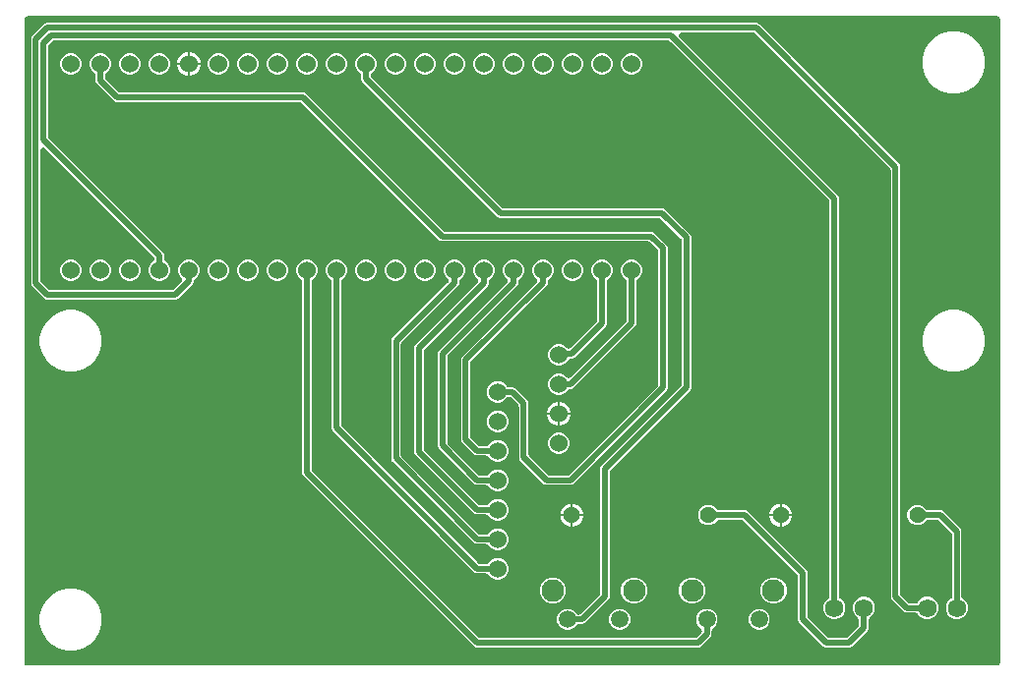
<source format=gbr>
G04 EAGLE Gerber RS-274X export*
G75*
%MOMM*%
%FSLAX34Y34*%
%LPD*%
%INTop Copper*%
%IPPOS*%
%AMOC8*
5,1,8,0,0,1.08239X$1,22.5*%
G01*
G04 Define Apertures*
%ADD10C,1.508000*%
%ADD11C,1.950000*%
%ADD12C,1.530000*%
%ADD13C,1.430000*%
%ADD14C,1.581000*%
%ADD15C,0.508000*%
%ADD16C,0.152400*%
G36*
X848291Y10361D02*
X849124Y10933D01*
X849669Y11784D01*
X849840Y12700D01*
X849840Y567300D01*
X849639Y568291D01*
X849067Y569124D01*
X848216Y569669D01*
X847300Y569840D01*
X12700Y569840D01*
X11709Y569639D01*
X10876Y569067D01*
X10331Y568216D01*
X10160Y567300D01*
X10160Y12700D01*
X10361Y11709D01*
X10933Y10876D01*
X11784Y10331D01*
X12700Y10160D01*
X847300Y10160D01*
X848291Y10361D01*
G37*
%LPC*%
G36*
X705424Y50571D02*
X701959Y52006D01*
X699306Y54659D01*
X697871Y58124D01*
X697871Y61876D01*
X699306Y65341D01*
X702191Y68225D01*
X702506Y68438D01*
X703058Y69285D01*
X703236Y70220D01*
X703236Y409965D01*
X703035Y410955D01*
X702492Y411761D01*
X565665Y548588D01*
X564822Y549146D01*
X563869Y549332D01*
X36131Y549332D01*
X35141Y549131D01*
X34335Y548588D01*
X31412Y545665D01*
X30854Y544822D01*
X30668Y543869D01*
X30668Y466131D01*
X30869Y465141D01*
X31412Y464335D01*
X129645Y366102D01*
X130264Y364608D01*
X130264Y361044D01*
X130465Y360053D01*
X131037Y359219D01*
X131089Y359185D01*
X133977Y356297D01*
X135374Y352925D01*
X135374Y349275D01*
X133977Y345903D01*
X131397Y343323D01*
X128025Y341926D01*
X124375Y341926D01*
X121003Y343323D01*
X118423Y345903D01*
X117026Y349275D01*
X117026Y352925D01*
X118423Y356297D01*
X121351Y359225D01*
X121407Y359262D01*
X121958Y360110D01*
X122136Y361044D01*
X122136Y361065D01*
X121935Y362055D01*
X121392Y362861D01*
X28400Y455853D01*
X27557Y456411D01*
X26564Y456596D01*
X25576Y456379D01*
X24752Y455794D01*
X24220Y454934D01*
X24064Y454057D01*
X24064Y342735D01*
X24265Y341745D01*
X24808Y340939D01*
X30939Y334808D01*
X31782Y334250D01*
X32735Y334064D01*
X137265Y334064D01*
X138255Y334265D01*
X139061Y334808D01*
X145193Y340941D01*
X145752Y341783D01*
X145937Y342777D01*
X145720Y343765D01*
X145193Y344533D01*
X143823Y345903D01*
X142426Y349275D01*
X142426Y352925D01*
X143823Y356297D01*
X146403Y358877D01*
X149775Y360274D01*
X153425Y360274D01*
X156797Y358877D01*
X159377Y356297D01*
X160774Y352925D01*
X160774Y349275D01*
X159377Y345903D01*
X156449Y342975D01*
X156393Y342938D01*
X155842Y342090D01*
X155664Y341156D01*
X155664Y340792D01*
X155045Y339298D01*
X142302Y326555D01*
X140808Y325936D01*
X29192Y325936D01*
X27698Y326555D01*
X16555Y337698D01*
X15936Y339192D01*
X15936Y550808D01*
X16555Y552302D01*
X27698Y563445D01*
X29192Y564064D01*
X640808Y564064D01*
X642302Y563445D01*
X763445Y442302D01*
X764064Y440808D01*
X764064Y72735D01*
X764265Y71745D01*
X764808Y70939D01*
X770939Y64808D01*
X771782Y64250D01*
X772735Y64064D01*
X777080Y64064D01*
X778071Y64265D01*
X778905Y64837D01*
X779101Y65136D01*
X781959Y67994D01*
X785424Y69429D01*
X789176Y69429D01*
X792641Y67994D01*
X795294Y65341D01*
X796729Y61876D01*
X796729Y58124D01*
X795294Y54659D01*
X792641Y52006D01*
X789176Y50571D01*
X785424Y50571D01*
X781959Y52006D01*
X779075Y54891D01*
X778862Y55206D01*
X778015Y55758D01*
X777080Y55936D01*
X769192Y55936D01*
X767698Y56555D01*
X756555Y67698D01*
X755936Y69192D01*
X755936Y437265D01*
X755735Y438255D01*
X755192Y439061D01*
X639061Y555192D01*
X638218Y555750D01*
X637265Y555936D01*
X575943Y555936D01*
X574953Y555735D01*
X574119Y555163D01*
X573574Y554312D01*
X573405Y553315D01*
X573637Y552331D01*
X574147Y551600D01*
X710745Y415002D01*
X711364Y413508D01*
X711364Y70220D01*
X711565Y69229D01*
X712137Y68395D01*
X712436Y68199D01*
X715294Y65341D01*
X716729Y61876D01*
X716729Y58124D01*
X715294Y54659D01*
X712641Y52006D01*
X709176Y50571D01*
X705424Y50571D01*
G37*
G36*
X806490Y503340D02*
X799710Y505157D01*
X793630Y508667D01*
X788667Y513630D01*
X785157Y519710D01*
X783340Y526490D01*
X783340Y533510D01*
X785157Y540290D01*
X788667Y546370D01*
X793630Y551333D01*
X799710Y554843D01*
X806490Y556660D01*
X813510Y556660D01*
X820290Y554843D01*
X826370Y551333D01*
X831333Y546370D01*
X834843Y540290D01*
X836660Y533510D01*
X836660Y526490D01*
X834843Y519710D01*
X831333Y513630D01*
X826370Y508667D01*
X820290Y505157D01*
X813510Y503340D01*
X806490Y503340D01*
G37*
G36*
X141410Y529662D02*
X141410Y530927D01*
X142961Y534672D01*
X145828Y537539D01*
X149573Y539090D01*
X150838Y539090D01*
X150838Y529662D01*
X141410Y529662D01*
G37*
G36*
X152362Y529662D02*
X152362Y539090D01*
X153627Y539090D01*
X157372Y537539D01*
X160239Y534672D01*
X161790Y530927D01*
X161790Y529662D01*
X152362Y529662D01*
G37*
G36*
X475697Y40936D02*
X472366Y42316D01*
X469816Y44866D01*
X468436Y48197D01*
X468436Y51803D01*
X469816Y55134D01*
X472366Y57684D01*
X475697Y59064D01*
X479303Y59064D01*
X482634Y57684D01*
X485489Y54829D01*
X486332Y54271D01*
X487326Y54085D01*
X488313Y54302D01*
X489082Y54829D01*
X505192Y70939D01*
X505750Y71782D01*
X505936Y72735D01*
X505936Y180808D01*
X506555Y182302D01*
X575192Y250939D01*
X575750Y251782D01*
X575936Y252735D01*
X575936Y376604D01*
X575735Y377595D01*
X575192Y378400D01*
X558400Y395192D01*
X557557Y395750D01*
X556604Y395936D01*
X419192Y395936D01*
X417698Y396555D01*
X300555Y513698D01*
X299936Y515192D01*
X299936Y518956D01*
X299735Y519947D01*
X299163Y520781D01*
X299111Y520815D01*
X296223Y523703D01*
X294826Y527075D01*
X294826Y530725D01*
X296223Y534097D01*
X298803Y536677D01*
X302175Y538074D01*
X305825Y538074D01*
X309197Y536677D01*
X311777Y534097D01*
X313174Y530725D01*
X313174Y527075D01*
X311777Y523703D01*
X308849Y520775D01*
X308793Y520738D01*
X308242Y519890D01*
X308064Y518956D01*
X308064Y518735D01*
X308265Y517745D01*
X308808Y516939D01*
X420939Y404808D01*
X421782Y404250D01*
X422735Y404064D01*
X560148Y404064D01*
X561642Y403445D01*
X583445Y381642D01*
X584064Y380148D01*
X584064Y249192D01*
X583445Y247698D01*
X514808Y179061D01*
X514250Y178218D01*
X514064Y177265D01*
X514064Y69192D01*
X513445Y67698D01*
X492302Y46555D01*
X490808Y45936D01*
X487307Y45936D01*
X486316Y45735D01*
X485510Y45192D01*
X482634Y42316D01*
X479303Y40936D01*
X475697Y40936D01*
G37*
G36*
X276775Y519726D02*
X273403Y521123D01*
X270823Y523703D01*
X269426Y527075D01*
X269426Y530725D01*
X270823Y534097D01*
X273403Y536677D01*
X276775Y538074D01*
X280425Y538074D01*
X283797Y536677D01*
X286377Y534097D01*
X287774Y530725D01*
X287774Y527075D01*
X286377Y523703D01*
X283797Y521123D01*
X280425Y519726D01*
X276775Y519726D01*
G37*
G36*
X225975Y519726D02*
X222603Y521123D01*
X220023Y523703D01*
X218626Y527075D01*
X218626Y530725D01*
X220023Y534097D01*
X222603Y536677D01*
X225975Y538074D01*
X229625Y538074D01*
X232997Y536677D01*
X235577Y534097D01*
X236974Y530725D01*
X236974Y527075D01*
X235577Y523703D01*
X232997Y521123D01*
X229625Y519726D01*
X225975Y519726D01*
G37*
G36*
X200575Y519726D02*
X197203Y521123D01*
X194623Y523703D01*
X193226Y527075D01*
X193226Y530725D01*
X194623Y534097D01*
X197203Y536677D01*
X200575Y538074D01*
X204225Y538074D01*
X207597Y536677D01*
X210177Y534097D01*
X211574Y530725D01*
X211574Y527075D01*
X210177Y523703D01*
X207597Y521123D01*
X204225Y519726D01*
X200575Y519726D01*
G37*
G36*
X98975Y519726D02*
X95603Y521123D01*
X93023Y523703D01*
X91626Y527075D01*
X91626Y530725D01*
X93023Y534097D01*
X95603Y536677D01*
X98975Y538074D01*
X102625Y538074D01*
X105997Y536677D01*
X108577Y534097D01*
X109974Y530725D01*
X109974Y527075D01*
X108577Y523703D01*
X105997Y521123D01*
X102625Y519726D01*
X98975Y519726D01*
G37*
G36*
X352975Y519726D02*
X349603Y521123D01*
X347023Y523703D01*
X345626Y527075D01*
X345626Y530725D01*
X347023Y534097D01*
X349603Y536677D01*
X352975Y538074D01*
X356625Y538074D01*
X359997Y536677D01*
X362577Y534097D01*
X363974Y530725D01*
X363974Y527075D01*
X362577Y523703D01*
X359997Y521123D01*
X356625Y519726D01*
X352975Y519726D01*
G37*
G36*
X175175Y519726D02*
X171803Y521123D01*
X169223Y523703D01*
X167826Y527075D01*
X167826Y530725D01*
X169223Y534097D01*
X171803Y536677D01*
X175175Y538074D01*
X178825Y538074D01*
X182197Y536677D01*
X184777Y534097D01*
X186174Y530725D01*
X186174Y527075D01*
X184777Y523703D01*
X182197Y521123D01*
X178825Y519726D01*
X175175Y519726D01*
G37*
G36*
X251375Y519726D02*
X248003Y521123D01*
X245423Y523703D01*
X244026Y527075D01*
X244026Y530725D01*
X245423Y534097D01*
X248003Y536677D01*
X251375Y538074D01*
X255025Y538074D01*
X258397Y536677D01*
X260977Y534097D01*
X262374Y530725D01*
X262374Y527075D01*
X260977Y523703D01*
X258397Y521123D01*
X255025Y519726D01*
X251375Y519726D01*
G37*
G36*
X459192Y165936D02*
X457698Y166555D01*
X436555Y187698D01*
X435936Y189192D01*
X435936Y233465D01*
X435735Y234455D01*
X435192Y235261D01*
X429061Y241392D01*
X428218Y241950D01*
X427265Y242136D01*
X427244Y242136D01*
X426253Y241935D01*
X425419Y241363D01*
X425385Y241311D01*
X422497Y238423D01*
X419125Y237026D01*
X415475Y237026D01*
X412103Y238423D01*
X409523Y241003D01*
X408126Y244375D01*
X408126Y248025D01*
X409523Y251397D01*
X412103Y253977D01*
X415475Y255374D01*
X419125Y255374D01*
X422497Y253977D01*
X425425Y251049D01*
X425462Y250993D01*
X426310Y250442D01*
X427244Y250264D01*
X430808Y250264D01*
X432302Y249645D01*
X443445Y238502D01*
X444064Y237008D01*
X444064Y192735D01*
X444265Y191745D01*
X444808Y190939D01*
X460939Y174808D01*
X461782Y174250D01*
X462735Y174064D01*
X477265Y174064D01*
X478255Y174265D01*
X479061Y174808D01*
X555192Y250939D01*
X555750Y251782D01*
X555936Y252735D01*
X555936Y367265D01*
X555735Y368255D01*
X555192Y369061D01*
X549061Y375192D01*
X548218Y375750D01*
X547265Y375936D01*
X369192Y375936D01*
X367698Y376555D01*
X249061Y495192D01*
X248218Y495750D01*
X247265Y495936D01*
X89192Y495936D01*
X87698Y496555D01*
X71955Y512298D01*
X71336Y513792D01*
X71336Y518956D01*
X71135Y519947D01*
X70563Y520781D01*
X70511Y520815D01*
X67623Y523703D01*
X66226Y527075D01*
X66226Y530725D01*
X67623Y534097D01*
X70203Y536677D01*
X73575Y538074D01*
X77225Y538074D01*
X80597Y536677D01*
X83177Y534097D01*
X84574Y530725D01*
X84574Y527075D01*
X83177Y523703D01*
X80249Y520775D01*
X80193Y520738D01*
X79642Y519890D01*
X79464Y518956D01*
X79464Y517335D01*
X79665Y516345D01*
X80208Y515539D01*
X90939Y504808D01*
X91782Y504250D01*
X92735Y504064D01*
X250808Y504064D01*
X252302Y503445D01*
X370939Y384808D01*
X371782Y384250D01*
X372735Y384064D01*
X550808Y384064D01*
X552302Y383445D01*
X563445Y372302D01*
X564064Y370808D01*
X564064Y249192D01*
X563445Y247698D01*
X482302Y166555D01*
X480808Y165936D01*
X459192Y165936D01*
G37*
G36*
X530775Y519726D02*
X527403Y521123D01*
X524823Y523703D01*
X523426Y527075D01*
X523426Y530725D01*
X524823Y534097D01*
X527403Y536677D01*
X530775Y538074D01*
X534425Y538074D01*
X537797Y536677D01*
X540377Y534097D01*
X541774Y530725D01*
X541774Y527075D01*
X540377Y523703D01*
X537797Y521123D01*
X534425Y519726D01*
X530775Y519726D01*
G37*
G36*
X505375Y519726D02*
X502003Y521123D01*
X499423Y523703D01*
X498026Y527075D01*
X498026Y530725D01*
X499423Y534097D01*
X502003Y536677D01*
X505375Y538074D01*
X509025Y538074D01*
X512397Y536677D01*
X514977Y534097D01*
X516374Y530725D01*
X516374Y527075D01*
X514977Y523703D01*
X512397Y521123D01*
X509025Y519726D01*
X505375Y519726D01*
G37*
G36*
X479975Y519726D02*
X476603Y521123D01*
X474023Y523703D01*
X472626Y527075D01*
X472626Y530725D01*
X474023Y534097D01*
X476603Y536677D01*
X479975Y538074D01*
X483625Y538074D01*
X486997Y536677D01*
X489577Y534097D01*
X490974Y530725D01*
X490974Y527075D01*
X489577Y523703D01*
X486997Y521123D01*
X483625Y519726D01*
X479975Y519726D01*
G37*
G36*
X454575Y519726D02*
X451203Y521123D01*
X448623Y523703D01*
X447226Y527075D01*
X447226Y530725D01*
X448623Y534097D01*
X451203Y536677D01*
X454575Y538074D01*
X458225Y538074D01*
X461597Y536677D01*
X464177Y534097D01*
X465574Y530725D01*
X465574Y527075D01*
X464177Y523703D01*
X461597Y521123D01*
X458225Y519726D01*
X454575Y519726D01*
G37*
G36*
X429175Y519726D02*
X425803Y521123D01*
X423223Y523703D01*
X421826Y527075D01*
X421826Y530725D01*
X423223Y534097D01*
X425803Y536677D01*
X429175Y538074D01*
X432825Y538074D01*
X436197Y536677D01*
X438777Y534097D01*
X440174Y530725D01*
X440174Y527075D01*
X438777Y523703D01*
X436197Y521123D01*
X432825Y519726D01*
X429175Y519726D01*
G37*
G36*
X403775Y519726D02*
X400403Y521123D01*
X397823Y523703D01*
X396426Y527075D01*
X396426Y530725D01*
X397823Y534097D01*
X400403Y536677D01*
X403775Y538074D01*
X407425Y538074D01*
X410797Y536677D01*
X413377Y534097D01*
X414774Y530725D01*
X414774Y527075D01*
X413377Y523703D01*
X410797Y521123D01*
X407425Y519726D01*
X403775Y519726D01*
G37*
G36*
X378375Y519726D02*
X375003Y521123D01*
X372423Y523703D01*
X371026Y527075D01*
X371026Y530725D01*
X372423Y534097D01*
X375003Y536677D01*
X378375Y538074D01*
X382025Y538074D01*
X385397Y536677D01*
X387977Y534097D01*
X389374Y530725D01*
X389374Y527075D01*
X387977Y523703D01*
X385397Y521123D01*
X382025Y519726D01*
X378375Y519726D01*
G37*
G36*
X124375Y519726D02*
X121003Y521123D01*
X118423Y523703D01*
X117026Y527075D01*
X117026Y530725D01*
X118423Y534097D01*
X121003Y536677D01*
X124375Y538074D01*
X128025Y538074D01*
X131397Y536677D01*
X133977Y534097D01*
X135374Y530725D01*
X135374Y527075D01*
X133977Y523703D01*
X131397Y521123D01*
X128025Y519726D01*
X124375Y519726D01*
G37*
G36*
X327575Y519726D02*
X324203Y521123D01*
X321623Y523703D01*
X320226Y527075D01*
X320226Y530725D01*
X321623Y534097D01*
X324203Y536677D01*
X327575Y538074D01*
X331225Y538074D01*
X334597Y536677D01*
X337177Y534097D01*
X338574Y530725D01*
X338574Y527075D01*
X337177Y523703D01*
X334597Y521123D01*
X331225Y519726D01*
X327575Y519726D01*
G37*
G36*
X48175Y519726D02*
X44803Y521123D01*
X42223Y523703D01*
X40826Y527075D01*
X40826Y530725D01*
X42223Y534097D01*
X44803Y536677D01*
X48175Y538074D01*
X51825Y538074D01*
X55197Y536677D01*
X57777Y534097D01*
X59174Y530725D01*
X59174Y527075D01*
X57777Y523703D01*
X55197Y521123D01*
X51825Y519726D01*
X48175Y519726D01*
G37*
G36*
X152362Y518710D02*
X152362Y528138D01*
X161790Y528138D01*
X161790Y526873D01*
X160239Y523128D01*
X157372Y520261D01*
X153627Y518710D01*
X152362Y518710D01*
G37*
G36*
X149573Y518710D02*
X145828Y520261D01*
X142961Y523128D01*
X141410Y526873D01*
X141410Y528138D01*
X150838Y528138D01*
X150838Y518710D01*
X149573Y518710D01*
G37*
G36*
X73575Y341926D02*
X70203Y343323D01*
X67623Y345903D01*
X66226Y349275D01*
X66226Y352925D01*
X67623Y356297D01*
X70203Y358877D01*
X73575Y360274D01*
X77225Y360274D01*
X80597Y358877D01*
X83177Y356297D01*
X84574Y352925D01*
X84574Y349275D01*
X83177Y345903D01*
X80597Y343323D01*
X77225Y341926D01*
X73575Y341926D01*
G37*
G36*
X415475Y110026D02*
X412103Y111423D01*
X409175Y114351D01*
X409138Y114407D01*
X408290Y114958D01*
X407356Y115136D01*
X399192Y115136D01*
X397698Y115755D01*
X326555Y186898D01*
X325936Y188392D01*
X325936Y290608D01*
X326555Y292102D01*
X374593Y340141D01*
X375152Y340983D01*
X375337Y341977D01*
X375120Y342965D01*
X374593Y343733D01*
X372423Y345903D01*
X371026Y349275D01*
X371026Y352925D01*
X372423Y356297D01*
X375003Y358877D01*
X378375Y360274D01*
X382025Y360274D01*
X385397Y358877D01*
X387977Y356297D01*
X389374Y352925D01*
X389374Y349275D01*
X387977Y345903D01*
X385049Y342975D01*
X384993Y342938D01*
X384442Y342090D01*
X384264Y341156D01*
X384264Y339192D01*
X383645Y337698D01*
X334808Y288861D01*
X334250Y288018D01*
X334064Y287065D01*
X334064Y191935D01*
X334265Y190945D01*
X334808Y190139D01*
X400939Y124008D01*
X401782Y123450D01*
X402735Y123264D01*
X407356Y123264D01*
X408347Y123465D01*
X409181Y124037D01*
X409215Y124089D01*
X412103Y126977D01*
X415475Y128374D01*
X419125Y128374D01*
X422497Y126977D01*
X425077Y124397D01*
X426474Y121025D01*
X426474Y117375D01*
X425077Y114003D01*
X422497Y111423D01*
X419125Y110026D01*
X415475Y110026D01*
G37*
G36*
X468175Y268926D02*
X464803Y270323D01*
X462223Y272903D01*
X460826Y276275D01*
X460826Y279925D01*
X462223Y283297D01*
X464803Y285877D01*
X468175Y287274D01*
X471825Y287274D01*
X475197Y285877D01*
X476817Y284257D01*
X477660Y283698D01*
X478654Y283513D01*
X479641Y283730D01*
X480409Y284257D01*
X502392Y306239D01*
X502950Y307082D01*
X503136Y308035D01*
X503136Y341156D01*
X502935Y342147D01*
X502363Y342981D01*
X502311Y343015D01*
X499423Y345903D01*
X498026Y349275D01*
X498026Y352925D01*
X499423Y356297D01*
X502003Y358877D01*
X505375Y360274D01*
X509025Y360274D01*
X512397Y358877D01*
X514977Y356297D01*
X516374Y352925D01*
X516374Y349275D01*
X514977Y345903D01*
X512049Y342975D01*
X511993Y342938D01*
X511442Y342090D01*
X511264Y341156D01*
X511264Y304492D01*
X510645Y302998D01*
X483252Y275605D01*
X481758Y274986D01*
X480337Y274986D01*
X479347Y274785D01*
X478513Y274213D01*
X477991Y273418D01*
X477777Y272903D01*
X475197Y270323D01*
X471825Y268926D01*
X468175Y268926D01*
G37*
G36*
X479975Y341926D02*
X476603Y343323D01*
X474023Y345903D01*
X472626Y349275D01*
X472626Y352925D01*
X474023Y356297D01*
X476603Y358877D01*
X479975Y360274D01*
X483625Y360274D01*
X486997Y358877D01*
X489577Y356297D01*
X490974Y352925D01*
X490974Y349275D01*
X489577Y345903D01*
X486997Y343323D01*
X483625Y341926D01*
X479975Y341926D01*
G37*
G36*
X415475Y135426D02*
X412103Y136823D01*
X409175Y139751D01*
X409138Y139807D01*
X408290Y140358D01*
X407356Y140536D01*
X399192Y140536D01*
X397698Y141155D01*
X346555Y192298D01*
X345936Y193792D01*
X345936Y285208D01*
X346555Y286702D01*
X399993Y340141D01*
X400552Y340983D01*
X400737Y341977D01*
X400520Y342965D01*
X399993Y343733D01*
X397823Y345903D01*
X396426Y349275D01*
X396426Y352925D01*
X397823Y356297D01*
X400403Y358877D01*
X403775Y360274D01*
X407425Y360274D01*
X410797Y358877D01*
X413377Y356297D01*
X414774Y352925D01*
X414774Y349275D01*
X413377Y345903D01*
X410449Y342975D01*
X410393Y342938D01*
X409842Y342090D01*
X409664Y341156D01*
X409664Y339192D01*
X409045Y337698D01*
X354808Y283461D01*
X354250Y282618D01*
X354064Y281665D01*
X354064Y197335D01*
X354265Y196345D01*
X354808Y195539D01*
X400939Y149408D01*
X401782Y148850D01*
X402735Y148664D01*
X407356Y148664D01*
X408347Y148865D01*
X409181Y149437D01*
X409215Y149489D01*
X412103Y152377D01*
X415475Y153774D01*
X419125Y153774D01*
X422497Y152377D01*
X425077Y149797D01*
X426474Y146425D01*
X426474Y142775D01*
X425077Y139403D01*
X422497Y136823D01*
X419125Y135426D01*
X415475Y135426D01*
G37*
G36*
X415475Y186226D02*
X412103Y187623D01*
X409175Y190551D01*
X409138Y190607D01*
X408290Y191158D01*
X407356Y191336D01*
X399192Y191336D01*
X397698Y191955D01*
X386555Y203098D01*
X385936Y204592D01*
X385936Y274408D01*
X386555Y275902D01*
X450793Y340141D01*
X451352Y340983D01*
X451537Y341977D01*
X451320Y342965D01*
X450793Y343733D01*
X448623Y345903D01*
X447226Y349275D01*
X447226Y352925D01*
X448623Y356297D01*
X451203Y358877D01*
X454575Y360274D01*
X458225Y360274D01*
X461597Y358877D01*
X464177Y356297D01*
X465574Y352925D01*
X465574Y349275D01*
X464177Y345903D01*
X461249Y342975D01*
X461193Y342938D01*
X460642Y342090D01*
X460464Y341156D01*
X460464Y339192D01*
X459845Y337698D01*
X394808Y272661D01*
X394250Y271818D01*
X394064Y270865D01*
X394064Y208135D01*
X394265Y207145D01*
X394808Y206339D01*
X400939Y200208D01*
X401782Y199650D01*
X402735Y199464D01*
X407356Y199464D01*
X408347Y199665D01*
X409181Y200237D01*
X409215Y200289D01*
X412103Y203177D01*
X415475Y204574D01*
X419125Y204574D01*
X422497Y203177D01*
X425077Y200597D01*
X426474Y197225D01*
X426474Y193575D01*
X425077Y190203D01*
X422497Y187623D01*
X419125Y186226D01*
X415475Y186226D01*
G37*
G36*
X352975Y341926D02*
X349603Y343323D01*
X347023Y345903D01*
X345626Y349275D01*
X345626Y352925D01*
X347023Y356297D01*
X349603Y358877D01*
X352975Y360274D01*
X356625Y360274D01*
X359997Y358877D01*
X362577Y356297D01*
X363974Y352925D01*
X363974Y349275D01*
X362577Y345903D01*
X359997Y343323D01*
X356625Y341926D01*
X352975Y341926D01*
G37*
G36*
X327575Y341926D02*
X324203Y343323D01*
X321623Y345903D01*
X320226Y349275D01*
X320226Y352925D01*
X321623Y356297D01*
X324203Y358877D01*
X327575Y360274D01*
X331225Y360274D01*
X334597Y358877D01*
X337177Y356297D01*
X338574Y352925D01*
X338574Y349275D01*
X337177Y345903D01*
X334597Y343323D01*
X331225Y341926D01*
X327575Y341926D01*
G37*
G36*
X302175Y341926D02*
X298803Y343323D01*
X296223Y345903D01*
X294826Y349275D01*
X294826Y352925D01*
X296223Y356297D01*
X298803Y358877D01*
X302175Y360274D01*
X305825Y360274D01*
X309197Y358877D01*
X311777Y356297D01*
X313174Y352925D01*
X313174Y349275D01*
X311777Y345903D01*
X309197Y343323D01*
X305825Y341926D01*
X302175Y341926D01*
G37*
G36*
X399192Y25936D02*
X397698Y26555D01*
X249755Y174498D01*
X249136Y175992D01*
X249136Y341156D01*
X248935Y342147D01*
X248363Y342981D01*
X248311Y343015D01*
X245423Y345903D01*
X244026Y349275D01*
X244026Y352925D01*
X245423Y356297D01*
X248003Y358877D01*
X251375Y360274D01*
X255025Y360274D01*
X258397Y358877D01*
X260977Y356297D01*
X262374Y352925D01*
X262374Y349275D01*
X260977Y345903D01*
X258049Y342975D01*
X257993Y342938D01*
X257442Y342090D01*
X257264Y341156D01*
X257264Y179535D01*
X257465Y178545D01*
X258008Y177739D01*
X400939Y34808D01*
X401782Y34250D01*
X402735Y34064D01*
X587265Y34064D01*
X588255Y34265D01*
X589061Y34808D01*
X592671Y38418D01*
X593229Y39261D01*
X593415Y40255D01*
X593198Y41242D01*
X592671Y42011D01*
X589816Y44866D01*
X588436Y48197D01*
X588436Y51803D01*
X589816Y55134D01*
X592366Y57684D01*
X595697Y59064D01*
X599303Y59064D01*
X602634Y57684D01*
X605184Y55134D01*
X606564Y51803D01*
X606564Y48197D01*
X605184Y44866D01*
X602308Y41990D01*
X601750Y41147D01*
X601564Y40193D01*
X601564Y36692D01*
X600945Y35198D01*
X592302Y26555D01*
X590808Y25936D01*
X399192Y25936D01*
G37*
G36*
X48175Y341926D02*
X44803Y343323D01*
X42223Y345903D01*
X40826Y349275D01*
X40826Y352925D01*
X42223Y356297D01*
X44803Y358877D01*
X48175Y360274D01*
X51825Y360274D01*
X55197Y358877D01*
X57777Y356297D01*
X59174Y352925D01*
X59174Y349275D01*
X57777Y345903D01*
X55197Y343323D01*
X51825Y341926D01*
X48175Y341926D01*
G37*
G36*
X415475Y84626D02*
X412103Y86023D01*
X409175Y88951D01*
X409138Y89007D01*
X408290Y89558D01*
X407356Y89736D01*
X399192Y89736D01*
X397698Y90355D01*
X275155Y212898D01*
X274536Y214392D01*
X274536Y341156D01*
X274335Y342147D01*
X273763Y342981D01*
X273711Y343015D01*
X270823Y345903D01*
X269426Y349275D01*
X269426Y352925D01*
X270823Y356297D01*
X273403Y358877D01*
X276775Y360274D01*
X280425Y360274D01*
X283797Y358877D01*
X286377Y356297D01*
X287774Y352925D01*
X287774Y349275D01*
X286377Y345903D01*
X283449Y342975D01*
X283393Y342938D01*
X282842Y342090D01*
X282664Y341156D01*
X282664Y217935D01*
X282865Y216945D01*
X283408Y216139D01*
X400939Y98608D01*
X401782Y98050D01*
X402735Y97864D01*
X407356Y97864D01*
X408347Y98065D01*
X409181Y98637D01*
X409215Y98689D01*
X412103Y101577D01*
X415475Y102974D01*
X419125Y102974D01*
X422497Y101577D01*
X425077Y98997D01*
X426474Y95625D01*
X426474Y91975D01*
X425077Y88603D01*
X422497Y86023D01*
X419125Y84626D01*
X415475Y84626D01*
G37*
G36*
X415475Y160826D02*
X412103Y162223D01*
X409175Y165151D01*
X409138Y165207D01*
X408290Y165758D01*
X407356Y165936D01*
X399192Y165936D01*
X397698Y166555D01*
X366555Y197698D01*
X365936Y199192D01*
X365936Y279808D01*
X366555Y281302D01*
X425393Y340141D01*
X425952Y340983D01*
X426137Y341977D01*
X425920Y342965D01*
X425393Y343733D01*
X423223Y345903D01*
X421826Y349275D01*
X421826Y352925D01*
X423223Y356297D01*
X425803Y358877D01*
X429175Y360274D01*
X432825Y360274D01*
X436197Y358877D01*
X438777Y356297D01*
X440174Y352925D01*
X440174Y349275D01*
X438777Y345903D01*
X435849Y342975D01*
X435793Y342938D01*
X435242Y342090D01*
X435064Y341156D01*
X435064Y339192D01*
X434445Y337698D01*
X374808Y278061D01*
X374250Y277218D01*
X374064Y276265D01*
X374064Y202735D01*
X374265Y201745D01*
X374808Y200939D01*
X400939Y174808D01*
X401782Y174250D01*
X402735Y174064D01*
X407356Y174064D01*
X408347Y174265D01*
X409181Y174837D01*
X409215Y174889D01*
X412103Y177777D01*
X415475Y179174D01*
X419125Y179174D01*
X422497Y177777D01*
X425077Y175197D01*
X426474Y171825D01*
X426474Y168175D01*
X425077Y164803D01*
X422497Y162223D01*
X419125Y160826D01*
X415475Y160826D01*
G37*
G36*
X225975Y341926D02*
X222603Y343323D01*
X220023Y345903D01*
X218626Y349275D01*
X218626Y352925D01*
X220023Y356297D01*
X222603Y358877D01*
X225975Y360274D01*
X229625Y360274D01*
X232997Y358877D01*
X235577Y356297D01*
X236974Y352925D01*
X236974Y349275D01*
X235577Y345903D01*
X232997Y343323D01*
X229625Y341926D01*
X225975Y341926D01*
G37*
G36*
X200575Y341926D02*
X197203Y343323D01*
X194623Y345903D01*
X193226Y349275D01*
X193226Y352925D01*
X194623Y356297D01*
X197203Y358877D01*
X200575Y360274D01*
X204225Y360274D01*
X207597Y358877D01*
X210177Y356297D01*
X211574Y352925D01*
X211574Y349275D01*
X210177Y345903D01*
X207597Y343323D01*
X204225Y341926D01*
X200575Y341926D01*
G37*
G36*
X175175Y341926D02*
X171803Y343323D01*
X169223Y345903D01*
X167826Y349275D01*
X167826Y352925D01*
X169223Y356297D01*
X171803Y358877D01*
X175175Y360274D01*
X178825Y360274D01*
X182197Y358877D01*
X184777Y356297D01*
X186174Y352925D01*
X186174Y349275D01*
X184777Y345903D01*
X182197Y343323D01*
X178825Y341926D01*
X175175Y341926D01*
G37*
G36*
X98975Y341926D02*
X95603Y343323D01*
X93023Y345903D01*
X91626Y349275D01*
X91626Y352925D01*
X93023Y356297D01*
X95603Y358877D01*
X98975Y360274D01*
X102625Y360274D01*
X105997Y358877D01*
X108577Y356297D01*
X109974Y352925D01*
X109974Y349275D01*
X108577Y345903D01*
X105997Y343323D01*
X102625Y341926D01*
X98975Y341926D01*
G37*
G36*
X468175Y243526D02*
X464803Y244923D01*
X462223Y247503D01*
X460826Y250875D01*
X460826Y254525D01*
X462223Y257897D01*
X464803Y260477D01*
X468175Y261874D01*
X471825Y261874D01*
X475197Y260477D01*
X476817Y258857D01*
X477660Y258298D01*
X478654Y258113D01*
X479641Y258330D01*
X480409Y258857D01*
X527792Y306239D01*
X528350Y307082D01*
X528536Y308035D01*
X528536Y341156D01*
X528335Y342147D01*
X527763Y342981D01*
X527711Y343015D01*
X524823Y345903D01*
X523426Y349275D01*
X523426Y352925D01*
X524823Y356297D01*
X527403Y358877D01*
X530775Y360274D01*
X534425Y360274D01*
X537797Y358877D01*
X540377Y356297D01*
X541774Y352925D01*
X541774Y349275D01*
X540377Y345903D01*
X537449Y342975D01*
X537393Y342938D01*
X536842Y342090D01*
X536664Y341156D01*
X536664Y304492D01*
X536045Y302998D01*
X482302Y249255D01*
X480808Y248636D01*
X479944Y248636D01*
X478953Y248435D01*
X478119Y247863D01*
X478085Y247811D01*
X475197Y244923D01*
X471825Y243526D01*
X468175Y243526D01*
G37*
G36*
X806490Y263340D02*
X799710Y265157D01*
X793630Y268667D01*
X788667Y273630D01*
X785157Y279710D01*
X783340Y286490D01*
X783340Y293510D01*
X785157Y300290D01*
X788667Y306370D01*
X793630Y311333D01*
X799710Y314843D01*
X806490Y316660D01*
X813510Y316660D01*
X820290Y314843D01*
X826370Y311333D01*
X831333Y306370D01*
X834843Y300290D01*
X836660Y293510D01*
X836660Y286490D01*
X834843Y279710D01*
X831333Y273630D01*
X826370Y268667D01*
X820290Y265157D01*
X813510Y263340D01*
X806490Y263340D01*
G37*
G36*
X46490Y263340D02*
X39710Y265157D01*
X33630Y268667D01*
X28667Y273630D01*
X25157Y279710D01*
X23340Y286490D01*
X23340Y293510D01*
X25157Y300290D01*
X28667Y306370D01*
X33630Y311333D01*
X39710Y314843D01*
X46490Y316660D01*
X53510Y316660D01*
X60290Y314843D01*
X66370Y311333D01*
X71333Y306370D01*
X74843Y300290D01*
X76660Y293510D01*
X76660Y286490D01*
X74843Y279710D01*
X71333Y273630D01*
X66370Y268667D01*
X60290Y265157D01*
X53510Y263340D01*
X46490Y263340D01*
G37*
G36*
X470762Y228062D02*
X470762Y237490D01*
X472027Y237490D01*
X475772Y235939D01*
X478639Y233072D01*
X480190Y229327D01*
X480190Y228062D01*
X470762Y228062D01*
G37*
G36*
X459810Y228062D02*
X459810Y229327D01*
X461361Y233072D01*
X464228Y235939D01*
X467973Y237490D01*
X469238Y237490D01*
X469238Y228062D01*
X459810Y228062D01*
G37*
G36*
X415475Y211626D02*
X412103Y213023D01*
X409523Y215603D01*
X408126Y218975D01*
X408126Y222625D01*
X409523Y225997D01*
X412103Y228577D01*
X415475Y229974D01*
X419125Y229974D01*
X422497Y228577D01*
X425077Y225997D01*
X426474Y222625D01*
X426474Y218975D01*
X425077Y215603D01*
X422497Y213023D01*
X419125Y211626D01*
X415475Y211626D01*
G37*
G36*
X470762Y217110D02*
X470762Y226538D01*
X480190Y226538D01*
X480190Y225273D01*
X478639Y221528D01*
X475772Y218661D01*
X472027Y217110D01*
X470762Y217110D01*
G37*
G36*
X467973Y217110D02*
X464228Y218661D01*
X461361Y221528D01*
X459810Y225273D01*
X459810Y226538D01*
X469238Y226538D01*
X469238Y217110D01*
X467973Y217110D01*
G37*
G36*
X468175Y192726D02*
X464803Y194123D01*
X462223Y196703D01*
X460826Y200075D01*
X460826Y203725D01*
X462223Y207097D01*
X464803Y209677D01*
X468175Y211074D01*
X471825Y211074D01*
X475197Y209677D01*
X477777Y207097D01*
X479174Y203725D01*
X479174Y200075D01*
X477777Y196703D01*
X475197Y194123D01*
X471825Y192726D01*
X468175Y192726D01*
G37*
G36*
X661962Y140762D02*
X661962Y149690D01*
X663127Y149690D01*
X666689Y148215D01*
X669415Y145489D01*
X670890Y141927D01*
X670890Y140762D01*
X661962Y140762D01*
G37*
G36*
X651510Y140762D02*
X651510Y141927D01*
X652985Y145489D01*
X655711Y148215D01*
X659273Y149690D01*
X660438Y149690D01*
X660438Y140762D01*
X651510Y140762D01*
G37*
G36*
X471510Y140762D02*
X471510Y141927D01*
X472985Y145489D01*
X475711Y148215D01*
X479273Y149690D01*
X480438Y149690D01*
X480438Y140762D01*
X471510Y140762D01*
G37*
G36*
X481962Y140762D02*
X481962Y149690D01*
X483127Y149690D01*
X486689Y148215D01*
X489415Y145489D01*
X490890Y141927D01*
X490890Y140762D01*
X481962Y140762D01*
G37*
G36*
X810824Y50571D02*
X807359Y52006D01*
X804706Y54659D01*
X803271Y58124D01*
X803271Y61876D01*
X804706Y65341D01*
X807591Y68225D01*
X807906Y68438D01*
X808458Y69285D01*
X808636Y70220D01*
X808636Y123365D01*
X808435Y124355D01*
X807892Y125161D01*
X797861Y135192D01*
X797018Y135750D01*
X796065Y135936D01*
X788055Y135936D01*
X787064Y135735D01*
X786259Y135192D01*
X783713Y132647D01*
X780525Y131326D01*
X777075Y131326D01*
X773887Y132647D01*
X771447Y135087D01*
X770126Y138275D01*
X770126Y141725D01*
X771447Y144913D01*
X773887Y147354D01*
X777075Y148674D01*
X780525Y148674D01*
X783713Y147354D01*
X786259Y144808D01*
X787102Y144250D01*
X788055Y144064D01*
X799608Y144064D01*
X801102Y143445D01*
X816145Y128402D01*
X816764Y126908D01*
X816764Y70220D01*
X816965Y69229D01*
X817537Y68395D01*
X817836Y68199D01*
X820694Y65341D01*
X822129Y61876D01*
X822129Y58124D01*
X820694Y54659D01*
X818041Y52006D01*
X814576Y50571D01*
X810824Y50571D01*
G37*
G36*
X699192Y25936D02*
X697698Y26555D01*
X676555Y47698D01*
X675936Y49192D01*
X675936Y87265D01*
X675735Y88255D01*
X675192Y89061D01*
X629061Y135192D01*
X628218Y135750D01*
X627265Y135936D01*
X608055Y135936D01*
X607064Y135735D01*
X606259Y135192D01*
X603713Y132647D01*
X600525Y131326D01*
X597075Y131326D01*
X593887Y132647D01*
X591447Y135087D01*
X590126Y138275D01*
X590126Y141725D01*
X591447Y144913D01*
X593887Y147354D01*
X597075Y148674D01*
X600525Y148674D01*
X603713Y147354D01*
X606259Y144808D01*
X607102Y144250D01*
X608055Y144064D01*
X630808Y144064D01*
X632302Y143445D01*
X683445Y92302D01*
X684064Y90808D01*
X684064Y52735D01*
X684265Y51745D01*
X684808Y50939D01*
X700939Y34808D01*
X701782Y34250D01*
X702735Y34064D01*
X717265Y34064D01*
X718255Y34265D01*
X719061Y34808D01*
X727892Y43639D01*
X728450Y44482D01*
X728636Y45435D01*
X728636Y49780D01*
X728435Y50771D01*
X727863Y51605D01*
X727564Y51801D01*
X724706Y54659D01*
X723271Y58124D01*
X723271Y61876D01*
X724706Y65341D01*
X727359Y67994D01*
X730824Y69429D01*
X734576Y69429D01*
X738041Y67994D01*
X740694Y65341D01*
X742129Y61876D01*
X742129Y58124D01*
X740694Y54659D01*
X737809Y51775D01*
X737494Y51562D01*
X736942Y50715D01*
X736764Y49780D01*
X736764Y41892D01*
X736145Y40398D01*
X722302Y26555D01*
X720808Y25936D01*
X699192Y25936D01*
G37*
G36*
X661962Y130310D02*
X661962Y139238D01*
X670890Y139238D01*
X670890Y138073D01*
X669415Y134511D01*
X666689Y131785D01*
X663127Y130310D01*
X661962Y130310D01*
G37*
G36*
X659273Y130310D02*
X655711Y131785D01*
X652985Y134511D01*
X651510Y138073D01*
X651510Y139238D01*
X660438Y139238D01*
X660438Y130310D01*
X659273Y130310D01*
G37*
G36*
X481962Y130310D02*
X481962Y139238D01*
X490890Y139238D01*
X490890Y138073D01*
X489415Y134511D01*
X486689Y131785D01*
X483127Y130310D01*
X481962Y130310D01*
G37*
G36*
X479273Y130310D02*
X475711Y131785D01*
X472985Y134511D01*
X471510Y138073D01*
X471510Y139238D01*
X480438Y139238D01*
X480438Y130310D01*
X479273Y130310D01*
G37*
G36*
X462757Y63726D02*
X458614Y65442D01*
X455442Y68614D01*
X453726Y72757D01*
X453726Y77243D01*
X455442Y81386D01*
X458614Y84558D01*
X462757Y86274D01*
X467243Y86274D01*
X471386Y84558D01*
X474558Y81386D01*
X476274Y77243D01*
X476274Y72757D01*
X474558Y68614D01*
X471386Y65442D01*
X467243Y63726D01*
X462757Y63726D01*
G37*
G36*
X652757Y63726D02*
X648614Y65442D01*
X645442Y68614D01*
X643726Y72757D01*
X643726Y77243D01*
X645442Y81386D01*
X648614Y84558D01*
X652757Y86274D01*
X657243Y86274D01*
X661386Y84558D01*
X664558Y81386D01*
X666274Y77243D01*
X666274Y72757D01*
X664558Y68614D01*
X661386Y65442D01*
X657243Y63726D01*
X652757Y63726D01*
G37*
G36*
X582757Y63726D02*
X578614Y65442D01*
X575442Y68614D01*
X573726Y72757D01*
X573726Y77243D01*
X575442Y81386D01*
X578614Y84558D01*
X582757Y86274D01*
X587243Y86274D01*
X591386Y84558D01*
X594558Y81386D01*
X596274Y77243D01*
X596274Y72757D01*
X594558Y68614D01*
X591386Y65442D01*
X587243Y63726D01*
X582757Y63726D01*
G37*
G36*
X532757Y63726D02*
X528614Y65442D01*
X525442Y68614D01*
X523726Y72757D01*
X523726Y77243D01*
X525442Y81386D01*
X528614Y84558D01*
X532757Y86274D01*
X537243Y86274D01*
X541386Y84558D01*
X544558Y81386D01*
X546274Y77243D01*
X546274Y72757D01*
X544558Y68614D01*
X541386Y65442D01*
X537243Y63726D01*
X532757Y63726D01*
G37*
G36*
X46490Y23340D02*
X39710Y25157D01*
X33630Y28667D01*
X28667Y33630D01*
X25157Y39710D01*
X23340Y46490D01*
X23340Y53510D01*
X25157Y60290D01*
X28667Y66370D01*
X33630Y71333D01*
X39710Y74843D01*
X46490Y76660D01*
X53510Y76660D01*
X60290Y74843D01*
X66370Y71333D01*
X71333Y66370D01*
X74843Y60290D01*
X76660Y53510D01*
X76660Y46490D01*
X74843Y39710D01*
X71333Y33630D01*
X66370Y28667D01*
X60290Y25157D01*
X53510Y23340D01*
X46490Y23340D01*
G37*
G36*
X640697Y40936D02*
X637366Y42316D01*
X634816Y44866D01*
X633436Y48197D01*
X633436Y51803D01*
X634816Y55134D01*
X637366Y57684D01*
X640697Y59064D01*
X644303Y59064D01*
X647634Y57684D01*
X650184Y55134D01*
X651564Y51803D01*
X651564Y48197D01*
X650184Y44866D01*
X647634Y42316D01*
X644303Y40936D01*
X640697Y40936D01*
G37*
G36*
X520697Y40936D02*
X517366Y42316D01*
X514816Y44866D01*
X513436Y48197D01*
X513436Y51803D01*
X514816Y55134D01*
X517366Y57684D01*
X520697Y59064D01*
X524303Y59064D01*
X527634Y57684D01*
X530184Y55134D01*
X531564Y51803D01*
X531564Y48197D01*
X530184Y44866D01*
X527634Y42316D01*
X524303Y40936D01*
X520697Y40936D01*
G37*
%LPD*%
D10*
X522500Y50000D03*
X477500Y50000D03*
D11*
X535000Y75000D03*
X465000Y75000D03*
D10*
X642500Y50000D03*
X597500Y50000D03*
D11*
X655000Y75000D03*
X585000Y75000D03*
D12*
X50000Y351100D03*
X75400Y351100D03*
X100800Y351100D03*
X126200Y351100D03*
X151600Y351100D03*
X177000Y351100D03*
X202400Y351100D03*
X227800Y351100D03*
X253200Y351100D03*
X278600Y351100D03*
X304000Y351100D03*
X329400Y351100D03*
X354800Y351100D03*
X380200Y351100D03*
X405600Y351100D03*
X431000Y351100D03*
X456400Y351100D03*
X481800Y351100D03*
X507200Y351100D03*
X532600Y351100D03*
X532600Y528900D03*
X507200Y528900D03*
X481800Y528900D03*
X456400Y528900D03*
X431000Y528900D03*
X405600Y528900D03*
X380200Y528900D03*
X354800Y528900D03*
X329400Y528900D03*
X304000Y528900D03*
X278600Y528900D03*
X253200Y528900D03*
X227800Y528900D03*
X202400Y528900D03*
X177000Y528900D03*
X151600Y528900D03*
X126200Y528900D03*
X100800Y528900D03*
X75400Y528900D03*
X50000Y528900D03*
X417300Y93800D03*
X417300Y119200D03*
X417300Y144600D03*
X417300Y170000D03*
X417300Y195400D03*
X417300Y220800D03*
X417300Y246200D03*
X470000Y201900D03*
X470000Y227300D03*
X470000Y252700D03*
X470000Y278100D03*
D13*
X481200Y140000D03*
X598800Y140000D03*
X661200Y140000D03*
X778800Y140000D03*
D14*
X732700Y60000D03*
X707300Y60000D03*
X812700Y60000D03*
X787300Y60000D03*
D15*
X278600Y215200D02*
X278600Y351100D01*
X400000Y93800D02*
X417300Y93800D01*
X400000Y93800D02*
X278600Y215200D01*
X330000Y189200D02*
X330000Y289800D01*
X400000Y119200D02*
X417300Y119200D01*
X380200Y340000D02*
X380200Y351100D01*
X380200Y340000D02*
X330000Y289800D01*
X330000Y189200D02*
X400000Y119200D01*
X350000Y194600D02*
X350000Y284400D01*
X400000Y144600D02*
X417300Y144600D01*
X405600Y340000D02*
X405600Y351100D01*
X405600Y340000D02*
X350000Y284400D01*
X350000Y194600D02*
X400000Y144600D01*
X370000Y200000D02*
X370000Y279000D01*
X400000Y170000D02*
X417300Y170000D01*
X431000Y340000D02*
X431000Y351100D01*
X431000Y340000D02*
X370000Y279000D01*
X370000Y200000D02*
X400000Y170000D01*
X400000Y195400D02*
X417300Y195400D01*
X456400Y340000D02*
X456400Y351100D01*
X456400Y340000D02*
X390000Y273600D01*
X390000Y205400D01*
X400000Y195400D01*
X370000Y380000D02*
X250000Y500000D01*
X440000Y236200D02*
X440000Y190000D01*
X460000Y170000D01*
X480000Y170000D01*
X560000Y250000D01*
X550000Y380000D02*
X370000Y380000D01*
X550000Y380000D02*
X560000Y370000D01*
X560000Y250000D01*
X75400Y514600D02*
X75400Y528900D01*
X75400Y514600D02*
X90000Y500000D01*
X250000Y500000D01*
X417300Y246200D02*
X430000Y246200D01*
X440000Y236200D01*
X580000Y379340D02*
X559340Y400000D01*
X420000Y400000D01*
X580000Y379340D02*
X580000Y250000D01*
X490000Y50000D02*
X477500Y50000D01*
X510000Y180000D02*
X580000Y250000D01*
X304000Y516000D02*
X304000Y528900D01*
X304000Y516000D02*
X420000Y400000D01*
X510000Y70000D02*
X490000Y50000D01*
X510000Y70000D02*
X510000Y180000D01*
X253200Y176800D02*
X253200Y351100D01*
X253200Y176800D02*
X400000Y30000D01*
X590000Y30000D01*
X597500Y37500D02*
X597500Y50000D01*
X597500Y37500D02*
X590000Y30000D01*
X532600Y305300D02*
X532600Y351100D01*
X532600Y305300D02*
X480000Y252700D01*
X470000Y252700D01*
D16*
X470000Y278100D02*
X470950Y279050D01*
D15*
X507200Y305300D02*
X507200Y351100D01*
X507200Y305300D02*
X480950Y279050D01*
X470950Y279050D01*
X126200Y351100D02*
X126200Y363800D01*
X707300Y412700D02*
X707300Y60000D01*
X707300Y412700D02*
X566604Y553396D01*
X33396Y553396D01*
X26604Y546604D01*
X26604Y463396D01*
X126200Y363800D01*
X30000Y560000D02*
X640000Y560000D01*
X760000Y440000D01*
X151600Y351100D02*
X151600Y341600D01*
X140000Y330000D01*
X30000Y330000D01*
X20000Y340000D01*
X770000Y60000D02*
X787300Y60000D01*
X770000Y60000D02*
X760000Y70000D01*
X760000Y440000D01*
X20000Y340000D02*
X20000Y550000D01*
X30000Y560000D01*
X598800Y140000D02*
X630000Y140000D01*
X680000Y90000D01*
X680000Y50000D01*
X700000Y30000D01*
X720000Y30000D01*
X732700Y42700D01*
X732700Y60000D01*
X812700Y60000D02*
X812700Y126100D01*
X798800Y140000D02*
X778800Y140000D01*
X798800Y140000D02*
X812700Y126100D01*
M02*

</source>
